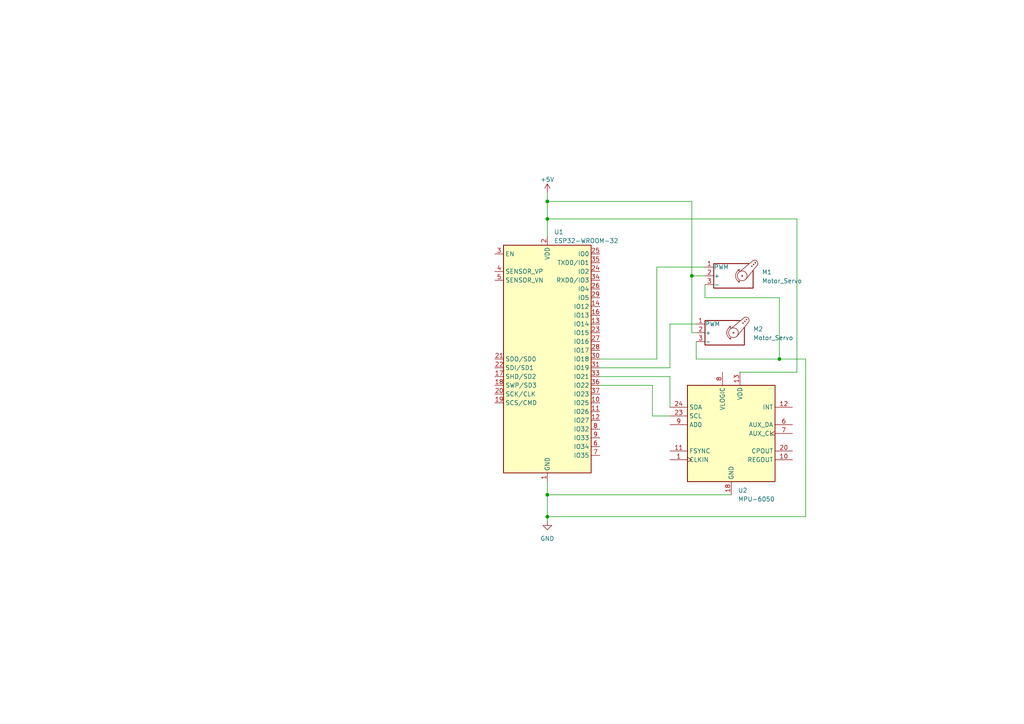
<source format=kicad_sch>
(kicad_sch (version 20230121) (generator eeschema)
  (paper "A4")
  (lib_symbols
    (symbol "Motor:Motor_Servo" (pin_names (offset 0.0254))
      (property "Reference" "M" (at -5.08 4.445 0))
      (property "Value" "Motor_Servo" (at -5.08 -4.064 0))
      (symbol "Motor_Servo_0_1"
        (polyline (pts (xy 2.413 -1.778) (xy 2.032 -1.778)))
        (polyline (pts (xy 2.413 -1.778) (xy 2.286 -1.397)))
        (polyline (pts (xy 2.413 1.778) (xy 1.905 1.778)))
        (polyline (pts (xy 2.413 1.778) (xy 2.286 1.397)))
        (polyline (pts (xy 6.35 4.445) (xy 2.54 1.27)))
        (polyline (pts (xy 7.62 3.175) (xy 4.191 -1.016)))
        (polyline (pts (xy 5.08 3.556) (xy -5.08 3.556) (xy -5.08 -3.556) (xy 6.35 -3.556) (xy 6.35 1.524)) (stroke (width 0.254)))
        (arc (start 2.413 1.778) (mid 1.2406 0) (end 2.413 -1.778))
        (circle (center 3.175 0) (radius 0.1778))
        (circle (center 3.175 0) (radius 1.4224))
        (circle (center 5.969 2.794) (radius 0.127))
        (circle (center 6.477 3.302) (radius 0.127))
        (circle (center 6.985 3.81) (radius 0.127))
        (arc (start 7.62 3.175) (mid 7.4485 4.2735) (end 6.35 4.445))
      )
      (symbol "Motor_Servo_1_1"
        (pin passive line (at -7.62 2.54 0) (length 2.54) (name "PWM") (number "1"))
        (pin passive line (at -7.62 0 0) (length 2.54) (name "+") (number "2"))
        (pin passive line (at -7.62 -2.54 0) (length 2.54) (name "-") (number "3"))
      )
    )
    (symbol "RF_Module:ESP32-WROOM-32"
      (property "Reference" "U" (at -12.7 34.29 0))
      (property "Value" "ESP32-WROOM-32" (at 1.27 34.29 0))
      (symbol "ESP32-WROOM-32_0_1"
        (rectangle (start -12.7 33.02) (end 12.7 -33.02) (stroke (width 0.254)) (fill (type background)))
      )
      (symbol "ESP32-WROOM-32_1_1"
        (pin power_in line (at 0 -35.56 90) (length 2.54) (name "GND") (number "1"))
        (pin bidirectional line (at 15.24 -12.7 180) (length 2.54) (name "IO25") (number "10"))
        (pin bidirectional line (at 15.24 -15.24 180) (length 2.54) (name "IO26") (number "11"))
        (pin bidirectional line (at 15.24 -17.78 180) (length 2.54) (name "IO27") (number "12"))
        (pin bidirectional line (at 15.24 10.16 180) (length 2.54) (name "IO14") (number "13"))
        (pin bidirectional line (at 15.24 15.24 180) (length 2.54) (name "IO12") (number "14"))
        (pin passive line (at 0 -35.56 90) (length 2.54) hide (name "GND") (number "15"))
        (pin bidirectional line (at 15.24 12.7 180) (length 2.54) (name "IO13") (number "16"))
        (pin bidirectional line (at -15.24 -5.08 0) (length 2.54) (name "SHD/SD2") (number "17"))
        (pin bidirectional line (at -15.24 -7.62 0) (length 2.54) (name "SWP/SD3") (number "18"))
        (pin bidirectional line (at -15.24 -12.7 0) (length 2.54) (name "SCS/CMD") (number "19"))
        (pin power_in line (at 0 35.56 270) (length 2.54) (name "VDD") (number "2"))
        (pin bidirectional line (at -15.24 -10.16 0) (length 2.54) (name "SCK/CLK") (number "20"))
        (pin bidirectional line (at -15.24 0 0) (length 2.54) (name "SDO/SD0") (number "21"))
        (pin bidirectional line (at -15.24 -2.54 0) (length 2.54) (name "SDI/SD1") (number "22"))
        (pin bidirectional line (at 15.24 7.62 180) (length 2.54) (name "IO15") (number "23"))
        (pin bidirectional line (at 15.24 25.4 180) (length 2.54) (name "IO2") (number "24"))
        (pin bidirectional line (at 15.24 30.48 180) (length 2.54) (name "IO0") (number "25"))
        (pin bidirectional line (at 15.24 20.32 180) (length 2.54) (name "IO4") (number "26"))
        (pin bidirectional line (at 15.24 5.08 180) (length 2.54) (name "IO16") (number "27"))
        (pin bidirectional line (at 15.24 2.54 180) (length 2.54) (name "IO17") (number "28"))
        (pin bidirectional line (at 15.24 17.78 180) (length 2.54) (name "IO5") (number "29"))
        (pin input line (at -15.24 30.48 0) (length 2.54) (name "EN") (number "3"))
        (pin bidirectional line (at 15.24 0 180) (length 2.54) (name "IO18") (number "30"))
        (pin bidirectional line (at 15.24 -2.54 180) (length 2.54) (name "IO19") (number "31"))
        (pin no_connect line (at -12.7 -27.94 0) (length 2.54) hide (name "NC") (number "32"))
        (pin bidirectional line (at 15.24 -5.08 180) (length 2.54) (name "IO21") (number "33"))
        (pin bidirectional line (at 15.24 22.86 180) (length 2.54) (name "RXD0/IO3") (number "34"))
        (pin bidirectional line (at 15.24 27.94 180) (length 2.54) (name "TXD0/IO1") (number "35"))
        (pin bidirectional line (at 15.24 -7.62 180) (length 2.54) (name "IO22") (number "36"))
        (pin bidirectional line (at 15.24 -10.16 180) (length 2.54) (name "IO23") (number "37"))
        (pin passive line (at 0 -35.56 90) (length 2.54) hide (name "GND") (number "38"))
        (pin passive line (at 0 -35.56 90) (length 2.54) hide (name "GND") (number "39"))
        (pin input line (at -15.24 25.4 0) (length 2.54) (name "SENSOR_VP") (number "4"))
        (pin input line (at -15.24 22.86 0) (length 2.54) (name "SENSOR_VN") (number "5"))
        (pin input line (at 15.24 -25.4 180) (length 2.54) (name "IO34") (number "6"))
        (pin input line (at 15.24 -27.94 180) (length 2.54) (name "IO35") (number "7"))
        (pin bidirectional line (at 15.24 -20.32 180) (length 2.54) (name "IO32") (number "8"))
        (pin bidirectional line (at 15.24 -22.86 180) (length 2.54) (name "IO33") (number "9"))
      )
    )
    (symbol "Sensor_Motion:MPU-6050"
      (property "Reference" "U" (at -11.43 13.97 0))
      (property "Value" "MPU-6050" (at 7.62 -15.24 0))
      (symbol "MPU-6050_0_0"
        (text "" (at 12.7 -2.54 0) (effects (font (size 1.27 1.27))))
      )
      (symbol "MPU-6050_0_1"
        (rectangle (start -12.7 13.97) (end 12.7 -13.97) (stroke (width 0.254)) (fill (type background)))
      )
      (symbol "MPU-6050_1_1"
        (pin input clock (at -17.78 -7.62 0) (length 5.08) (name "CLKIN") (number "1"))
        (pin passive line (at 17.78 -7.62 180) (length 5.08) (name "REGOUT") (number "10"))
        (pin input line (at -17.78 -5.08 0) (length 5.08) (name "FSYNC") (number "11"))
        (pin output line (at 17.78 7.62 180) (length 5.08) (name "INT") (number "12"))
        (pin power_in line (at 2.54 17.78 270) (length 3.81) (name "VDD") (number "13"))
        (pin no_connect line (at -12.7 -10.16 0) (length 2.54) hide (name "NC") (number "14"))
        (pin no_connect line (at 12.7 12.7 180) (length 2.54) hide (name "NC") (number "15"))
        (pin no_connect line (at 12.7 10.16 180) (length 2.54) hide (name "NC") (number "16"))
        (pin no_connect line (at 12.7 5.08 180) (length 2.54) hide (name "NC") (number "17"))
        (pin power_in line (at 0 -17.78 90) (length 3.81) (name "GND") (number "18"))
        (pin no_connect line (at 12.7 -10.16 180) (length 2.54) hide (name "RESV") (number "19"))
        (pin no_connect line (at -12.7 12.7 0) (length 2.54) hide (name "NC") (number "2"))
        (pin passive line (at 17.78 -5.08 180) (length 5.08) (name "CPOUT") (number "20"))
        (pin no_connect line (at 12.7 -2.54 180) (length 2.54) hide (name "RESV") (number "21"))
        (pin no_connect line (at 12.7 -12.7 180) (length 2.54) hide (name "RESV") (number "22"))
        (pin input line (at -17.78 5.08 0) (length 5.08) (name "SCL") (number "23"))
        (pin bidirectional line (at -17.78 7.62 0) (length 5.08) (name "SDA") (number "24"))
        (pin no_connect line (at -12.7 10.16 0) (length 2.54) hide (name "NC") (number "3"))
        (pin no_connect line (at -12.7 0 0) (length 2.54) hide (name "NC") (number "4"))
        (pin no_connect line (at -12.7 -2.54 0) (length 2.54) hide (name "NC") (number "5"))
        (pin bidirectional line (at 17.78 2.54 180) (length 5.08) (name "AUX_DA") (number "6"))
        (pin output clock (at 17.78 0 180) (length 5.08) (name "AUX_CL") (number "7"))
        (pin power_in line (at -2.54 17.78 270) (length 3.81) (name "VLOGIC") (number "8"))
        (pin input line (at -17.78 2.54 0) (length 5.08) (name "AD0") (number "9"))
      )
    )
    (symbol "power:+5V" (power) (pin_names (offset 0))
      (property "Value" "+5V" (at 0 3.556 0))
      (symbol "+5V_0_1"
        (polyline (pts (xy -0.762 1.27) (xy 0 2.54)))
        (polyline (pts (xy 0 0) (xy 0 2.54)))
        (polyline (pts (xy 0 2.54) (xy 0.762 1.27)))
      )
      (symbol "+5V_1_1"
        (pin power_in line (at 0 0 90) (length 0) hide (name "+5V") (number "1"))
      )
    )
    (symbol "power:GND" (power) (pin_names (offset 0))
      (property "Value" "GND" (at 0 -3.81 0))
      (symbol "GND_0_1"
        (polyline (pts (xy 0 0) (xy 0 -1.27) (xy 1.27 -1.27) (xy 0 -2.54) (xy -1.27 -1.27) (xy 0 -1.27)))
      )
      (symbol "GND_1_1"
        (pin power_in line (at 0 0 270) (length 0) hide (name "GND") (number "1"))
      )
    )
  )
  (junction (at 158.75 143.51))
  (junction (at 200.66 80.01))
  (junction (at 158.75 149.86))
  (junction (at 158.75 63.5))
  (junction (at 226.06 104.14))
  (junction (at 158.75 58.42))
  (wire (pts (xy 189.23 120.65) (xy 194.31 120.65)))
  (wire (pts (xy 158.75 63.5) (xy 158.75 68.58)))
  (wire (pts (xy 194.31 109.22) (xy 194.31 118.11)))
  (wire (pts (xy 233.68 104.14) (xy 233.68 149.86)))
  (wire (pts (xy 214.63 107.95) (xy 231.14 107.95)))
  (wire (pts (xy 200.66 96.52) (xy 200.66 80.01)))
  (wire (pts (xy 204.47 80.01) (xy 200.66 80.01)))
  (wire (pts (xy 158.75 58.42) (xy 158.75 63.5)))
  (wire (pts (xy 173.99 104.14) (xy 190.5 104.14)))
  (wire (pts (xy 190.5 77.47) (xy 204.47 77.47)))
  (wire (pts (xy 201.93 96.52) (xy 200.66 96.52)))
  (wire (pts (xy 158.75 139.7) (xy 158.75 143.51)))
  (wire (pts (xy 173.99 109.22) (xy 194.31 109.22)))
  (wire (pts (xy 200.66 80.01) (xy 200.66 58.42)))
  (wire (pts (xy 201.93 104.14) (xy 226.06 104.14)))
  (wire (pts (xy 190.5 104.14) (xy 190.5 77.47)))
  (wire (pts (xy 158.75 143.51) (xy 158.75 149.86)))
  (wire (pts (xy 194.31 93.98) (xy 201.93 93.98)))
  (wire (pts (xy 201.93 99.06) (xy 201.93 104.14)))
  (wire (pts (xy 194.31 106.68) (xy 194.31 93.98)))
  (wire (pts (xy 231.14 63.5) (xy 158.75 63.5)))
  (wire (pts (xy 233.68 149.86) (xy 158.75 149.86)))
  (wire (pts (xy 158.75 149.86) (xy 158.75 151.13)))
  (wire (pts (xy 231.14 107.95) (xy 231.14 63.5)))
  (wire (pts (xy 226.06 104.14) (xy 233.68 104.14)))
  (wire (pts (xy 204.47 82.55) (xy 204.47 86.36)))
  (wire (pts (xy 226.06 86.36) (xy 226.06 104.14)))
  (wire (pts (xy 200.66 58.42) (xy 158.75 58.42)))
  (wire (pts (xy 173.99 106.68) (xy 194.31 106.68)))
  (wire (pts (xy 158.75 143.51) (xy 212.09 143.51)))
  (wire (pts (xy 189.23 111.76) (xy 189.23 120.65)))
  (wire (pts (xy 204.47 86.36) (xy 226.06 86.36)))
  (wire (pts (xy 158.75 55.88) (xy 158.75 58.42)))
  (wire (pts (xy 173.99 111.76) (xy 189.23 111.76)))
  (symbol (lib_id "RF_Module:ESP32-WROOM-32") (at 158.75 104.14 0) (unit 1)
    (property "Reference" "U1" (at 160.7059 67.31 0) (effects (justify left)))
    (property "Value" "ESP32-WROOM-32" (at 160.7059 69.85 0) (effects (justify left)))
    (property "Footprint" "RF_Module:ESP32-WROOM-32" (effects hide))
    (property "Datasheet" "https://www.espressif.com/sites/default/files/documentation/esp32-wroom-32_datasheet_en.pdf" (effects hide))
  )
  (symbol (lib_id "Motor:Motor_Servo") (at 212.09 80.01 0) (unit 1)
    (property "Reference" "M1" (at 220.98 78.9416 0) (effects (justify left)))
    (property "Value" "Motor_Servo" (at 220.98 81.4816 0) (effects (justify left)))
    (property "Datasheet" "http://forums.parallax.com/uploads/attachments/46831/74481.png" (effects hide))
  )
  (symbol (lib_id "power:GND") (at 158.75 151.13 0) (unit 1)
    (property "Reference" "#PWR02" (effects hide))
    (property "Value" "GND" (at 158.75 156.21 0))
  )
  (symbol (lib_id "power:+5V") (at 158.75 55.88 0) (unit 1)
    (property "Reference" "#PWR01" (effects hide))
    (property "Value" "+5V" (at 158.75 52.07 0))
  )
  (symbol (lib_id "Sensor_Motion:MPU-6050") (at 212.09 125.73 0) (unit 1)
    (property "Reference" "U2" (at 214.0459 142.24 0) (effects (justify left)))
    (property "Value" "MPU-6050" (at 214.0459 144.78 0) (effects (justify left)))
    (property "Footprint" "Sensor_Motion:InvenSense_QFN-24_4x4mm_P0.5mm" (effects hide))
    (property "Datasheet" "https://invensense.tdk.com/wp-content/uploads/2015/02/MPU-6000-Datasheet1.pdf" (effects hide))
  )
  (symbol (lib_id "Motor:Motor_Servo") (at 209.55 96.52 0) (unit 1)
    (property "Reference" "M2" (at 218.44 95.4516 0) (effects (justify left)))
    (property "Value" "Motor_Servo" (at 218.44 97.9916 0) (effects (justify left)))
    (property "Datasheet" "http://forums.parallax.com/uploads/attachments/46831/74481.png" (effects hide))
  )
)
</source>
